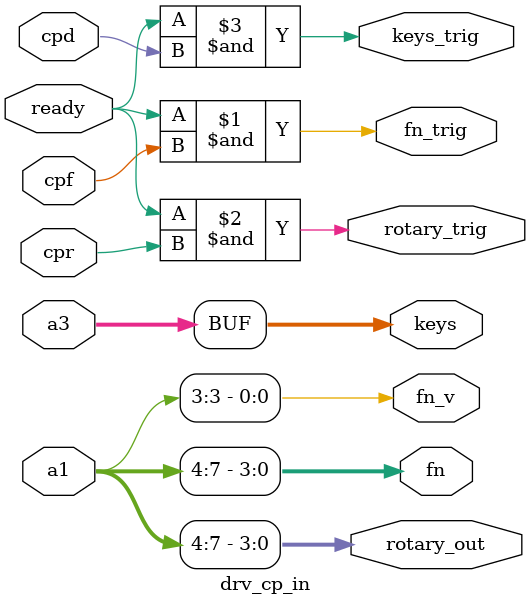
<source format=v>
module drv_cp_in(
	input ready,
	input cpd,
	input cpr,
	input cpf,
	input [0:7] a1,
	input [0:15] a3,
	output [0:3] rotary_out,
	output rotary_trig,
	output [0:15] keys,
	output keys_trig,
	output [0:3] fn,
	output fn_v,
	output fn_trig
);

	assign keys = a3;
	assign rotary_out = a1[4:7];
	assign fn = a1[4:7];
	assign fn_v = a1[3];

	assign fn_trig = ready & cpf;
	assign rotary_trig = ready & cpr;
	assign keys_trig = ready & cpd;

endmodule

// vim: tabstop=2 shiftwidth=2 autoindent noexpandtab

</source>
